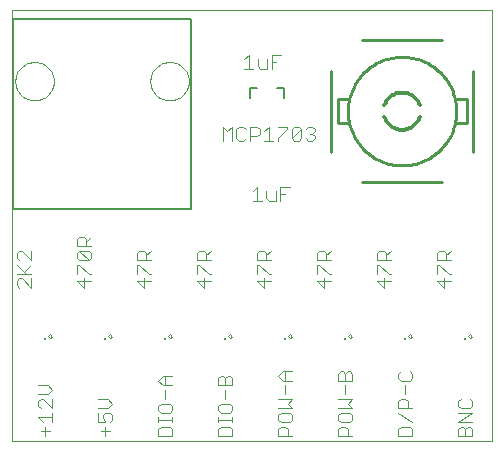
<source format=gto>
G75*
%MOIN*%
%OFA0B0*%
%FSLAX24Y24*%
%IPPOS*%
%LPD*%
%AMOC8*
5,1,8,0,0,1.08239X$1,22.5*
%
%ADD10C,0.0000*%
%ADD11C,0.0080*%
%ADD12C,0.0120*%
%ADD13C,0.0100*%
%ADD14C,0.0040*%
%ADD15C,0.0060*%
%ADD16C,0.0025*%
%ADD17C,0.0098*%
D10*
X000180Y000180D02*
X000180Y014550D01*
X016172Y014550D01*
X016172Y000180D01*
X000180Y000180D01*
X000290Y012180D02*
X000292Y012230D01*
X000298Y012280D01*
X000308Y012329D01*
X000321Y012378D01*
X000339Y012425D01*
X000360Y012471D01*
X000384Y012514D01*
X000412Y012556D01*
X000443Y012596D01*
X000477Y012633D01*
X000514Y012667D01*
X000554Y012698D01*
X000596Y012726D01*
X000639Y012750D01*
X000685Y012771D01*
X000732Y012789D01*
X000781Y012802D01*
X000830Y012812D01*
X000880Y012818D01*
X000930Y012820D01*
X000980Y012818D01*
X001030Y012812D01*
X001079Y012802D01*
X001128Y012789D01*
X001175Y012771D01*
X001221Y012750D01*
X001264Y012726D01*
X001306Y012698D01*
X001346Y012667D01*
X001383Y012633D01*
X001417Y012596D01*
X001448Y012556D01*
X001476Y012514D01*
X001500Y012471D01*
X001521Y012425D01*
X001539Y012378D01*
X001552Y012329D01*
X001562Y012280D01*
X001568Y012230D01*
X001570Y012180D01*
X001568Y012130D01*
X001562Y012080D01*
X001552Y012031D01*
X001539Y011982D01*
X001521Y011935D01*
X001500Y011889D01*
X001476Y011846D01*
X001448Y011804D01*
X001417Y011764D01*
X001383Y011727D01*
X001346Y011693D01*
X001306Y011662D01*
X001264Y011634D01*
X001221Y011610D01*
X001175Y011589D01*
X001128Y011571D01*
X001079Y011558D01*
X001030Y011548D01*
X000980Y011542D01*
X000930Y011540D01*
X000880Y011542D01*
X000830Y011548D01*
X000781Y011558D01*
X000732Y011571D01*
X000685Y011589D01*
X000639Y011610D01*
X000596Y011634D01*
X000554Y011662D01*
X000514Y011693D01*
X000477Y011727D01*
X000443Y011764D01*
X000412Y011804D01*
X000384Y011846D01*
X000360Y011889D01*
X000339Y011935D01*
X000321Y011982D01*
X000308Y012031D01*
X000298Y012080D01*
X000292Y012130D01*
X000290Y012180D01*
X004790Y012180D02*
X004792Y012230D01*
X004798Y012280D01*
X004808Y012329D01*
X004821Y012378D01*
X004839Y012425D01*
X004860Y012471D01*
X004884Y012514D01*
X004912Y012556D01*
X004943Y012596D01*
X004977Y012633D01*
X005014Y012667D01*
X005054Y012698D01*
X005096Y012726D01*
X005139Y012750D01*
X005185Y012771D01*
X005232Y012789D01*
X005281Y012802D01*
X005330Y012812D01*
X005380Y012818D01*
X005430Y012820D01*
X005480Y012818D01*
X005530Y012812D01*
X005579Y012802D01*
X005628Y012789D01*
X005675Y012771D01*
X005721Y012750D01*
X005764Y012726D01*
X005806Y012698D01*
X005846Y012667D01*
X005883Y012633D01*
X005917Y012596D01*
X005948Y012556D01*
X005976Y012514D01*
X006000Y012471D01*
X006021Y012425D01*
X006039Y012378D01*
X006052Y012329D01*
X006062Y012280D01*
X006068Y012230D01*
X006070Y012180D01*
X006068Y012130D01*
X006062Y012080D01*
X006052Y012031D01*
X006039Y011982D01*
X006021Y011935D01*
X006000Y011889D01*
X005976Y011846D01*
X005948Y011804D01*
X005917Y011764D01*
X005883Y011727D01*
X005846Y011693D01*
X005806Y011662D01*
X005764Y011634D01*
X005721Y011610D01*
X005675Y011589D01*
X005628Y011571D01*
X005579Y011558D01*
X005530Y011548D01*
X005480Y011542D01*
X005430Y011540D01*
X005380Y011542D01*
X005330Y011548D01*
X005281Y011558D01*
X005232Y011571D01*
X005185Y011589D01*
X005139Y011610D01*
X005096Y011634D01*
X005054Y011662D01*
X005014Y011693D01*
X004977Y011727D01*
X004943Y011764D01*
X004912Y011804D01*
X004884Y011846D01*
X004860Y011889D01*
X004839Y011935D01*
X004821Y011982D01*
X004808Y012031D01*
X004798Y012080D01*
X004792Y012130D01*
X004790Y012180D01*
D11*
X006143Y014244D02*
X006143Y007921D01*
X000217Y007921D01*
X000217Y014244D01*
X006143Y014244D01*
D12*
X012590Y010983D02*
X012607Y010938D01*
X012628Y010894D01*
X012652Y010852D01*
X012679Y010812D01*
X012709Y010774D01*
X012742Y010738D01*
X012778Y010705D01*
X012816Y010675D01*
X012857Y010649D01*
X012899Y010625D01*
X012943Y010605D01*
X012989Y010588D01*
X013036Y010575D01*
X013083Y010566D01*
X013131Y010560D01*
X013180Y010558D01*
X013229Y010560D01*
X013277Y010566D01*
X013324Y010575D01*
X013371Y010588D01*
X013417Y010605D01*
X013461Y010625D01*
X013503Y010649D01*
X013544Y010675D01*
X013582Y010705D01*
X013618Y010738D01*
X013651Y010774D01*
X013681Y010812D01*
X013708Y010852D01*
X013732Y010894D01*
X013753Y010938D01*
X013770Y010983D01*
X013770Y011377D02*
X013753Y011422D01*
X013732Y011466D01*
X013708Y011508D01*
X013681Y011548D01*
X013651Y011586D01*
X013618Y011622D01*
X013582Y011655D01*
X013544Y011685D01*
X013503Y011711D01*
X013461Y011735D01*
X013417Y011755D01*
X013371Y011772D01*
X013324Y011785D01*
X013277Y011794D01*
X013229Y011800D01*
X013180Y011802D01*
X013131Y011800D01*
X013083Y011794D01*
X013036Y011785D01*
X012989Y011772D01*
X012943Y011755D01*
X012899Y011735D01*
X012857Y011711D01*
X012816Y011685D01*
X012778Y011655D01*
X012742Y011622D01*
X012709Y011586D01*
X012679Y011548D01*
X012652Y011508D01*
X012628Y011466D01*
X012607Y011422D01*
X012590Y011377D01*
D13*
X011371Y011180D02*
X011373Y011265D01*
X011379Y011349D01*
X011389Y011434D01*
X011403Y011517D01*
X011420Y011600D01*
X011442Y011682D01*
X011468Y011763D01*
X011497Y011843D01*
X011530Y011921D01*
X011566Y011997D01*
X011606Y012072D01*
X011650Y012145D01*
X011697Y012216D01*
X011747Y012284D01*
X011800Y012350D01*
X011857Y012413D01*
X011916Y012474D01*
X011978Y012532D01*
X012043Y012587D01*
X012110Y012639D01*
X012179Y012687D01*
X012251Y012732D01*
X012325Y012774D01*
X012401Y012812D01*
X012478Y012847D01*
X012557Y012878D01*
X012637Y012906D01*
X012719Y012929D01*
X012801Y012949D01*
X012884Y012965D01*
X012968Y012977D01*
X013053Y012985D01*
X013138Y012989D01*
X013222Y012989D01*
X013307Y012985D01*
X013392Y012977D01*
X013476Y012965D01*
X013559Y012949D01*
X013641Y012929D01*
X013723Y012906D01*
X013803Y012878D01*
X013882Y012847D01*
X013959Y012812D01*
X014035Y012774D01*
X014109Y012732D01*
X014181Y012687D01*
X014250Y012639D01*
X014317Y012587D01*
X014382Y012532D01*
X014444Y012474D01*
X014503Y012413D01*
X014560Y012350D01*
X014613Y012284D01*
X014663Y012216D01*
X014710Y012145D01*
X014754Y012072D01*
X014794Y011997D01*
X014830Y011921D01*
X014863Y011843D01*
X014892Y011763D01*
X014918Y011682D01*
X014940Y011600D01*
X014957Y011517D01*
X014971Y011434D01*
X014981Y011349D01*
X014987Y011265D01*
X014989Y011180D01*
X014987Y011095D01*
X014981Y011011D01*
X014971Y010926D01*
X014957Y010843D01*
X014940Y010760D01*
X014918Y010678D01*
X014892Y010597D01*
X014863Y010517D01*
X014830Y010439D01*
X014794Y010363D01*
X014754Y010288D01*
X014710Y010215D01*
X014663Y010144D01*
X014613Y010076D01*
X014560Y010010D01*
X014503Y009947D01*
X014444Y009886D01*
X014382Y009828D01*
X014317Y009773D01*
X014250Y009721D01*
X014181Y009673D01*
X014109Y009628D01*
X014035Y009586D01*
X013959Y009548D01*
X013882Y009513D01*
X013803Y009482D01*
X013723Y009454D01*
X013641Y009431D01*
X013559Y009411D01*
X013476Y009395D01*
X013392Y009383D01*
X013307Y009375D01*
X013222Y009371D01*
X013138Y009371D01*
X013053Y009375D01*
X012968Y009383D01*
X012884Y009395D01*
X012801Y009411D01*
X012719Y009431D01*
X012637Y009454D01*
X012557Y009482D01*
X012478Y009513D01*
X012401Y009548D01*
X012325Y009586D01*
X012251Y009628D01*
X012179Y009673D01*
X012110Y009721D01*
X012043Y009773D01*
X011978Y009828D01*
X011916Y009886D01*
X011857Y009947D01*
X011800Y010010D01*
X011747Y010076D01*
X011697Y010144D01*
X011650Y010215D01*
X011606Y010288D01*
X011566Y010363D01*
X011530Y010439D01*
X011497Y010517D01*
X011468Y010597D01*
X011442Y010678D01*
X011420Y010760D01*
X011403Y010843D01*
X011389Y010926D01*
X011379Y011011D01*
X011373Y011095D01*
X011371Y011180D01*
X011380Y011580D02*
X011030Y011580D01*
X011030Y010780D01*
X011380Y010780D01*
X010818Y009837D02*
X010818Y012523D01*
X011837Y013542D02*
X014523Y013542D01*
X015542Y012523D02*
X015542Y009837D01*
X015330Y010780D02*
X014980Y010780D01*
X015330Y010780D02*
X015330Y011580D01*
X014980Y011580D01*
X014523Y008818D02*
X011837Y008818D01*
D14*
X010269Y010277D02*
X010193Y010200D01*
X010039Y010200D01*
X009962Y010277D01*
X009809Y010277D02*
X009732Y010200D01*
X009579Y010200D01*
X009502Y010277D01*
X009809Y010584D01*
X009809Y010277D01*
X009502Y010277D02*
X009502Y010584D01*
X009579Y010660D01*
X009732Y010660D01*
X009809Y010584D01*
X009962Y010584D02*
X010039Y010660D01*
X010193Y010660D01*
X010269Y010584D01*
X010269Y010507D01*
X010193Y010430D01*
X010269Y010353D01*
X010269Y010277D01*
X010193Y010430D02*
X010116Y010430D01*
X009348Y010584D02*
X009042Y010277D01*
X009042Y010200D01*
X008888Y010200D02*
X008581Y010200D01*
X008735Y010200D02*
X008735Y010660D01*
X008581Y010507D01*
X008428Y010584D02*
X008428Y010430D01*
X008351Y010353D01*
X008121Y010353D01*
X008121Y010200D02*
X008121Y010660D01*
X008351Y010660D01*
X008428Y010584D01*
X007967Y010584D02*
X007891Y010660D01*
X007737Y010660D01*
X007660Y010584D01*
X007660Y010277D01*
X007737Y010200D01*
X007891Y010200D01*
X007967Y010277D01*
X007507Y010200D02*
X007507Y010660D01*
X007353Y010507D01*
X007200Y010660D01*
X007200Y010200D01*
X008353Y008660D02*
X008353Y008200D01*
X008200Y008200D02*
X008507Y008200D01*
X008660Y008277D02*
X008737Y008200D01*
X008967Y008200D01*
X008967Y008507D01*
X009121Y008430D02*
X009274Y008430D01*
X009121Y008200D02*
X009121Y008660D01*
X009428Y008660D01*
X008660Y008507D02*
X008660Y008277D01*
X008353Y008660D02*
X008200Y008507D01*
X008426Y006528D02*
X008580Y006528D01*
X008657Y006451D01*
X008657Y006221D01*
X008810Y006221D02*
X008350Y006221D01*
X008350Y006451D01*
X008426Y006528D01*
X008657Y006374D02*
X008810Y006528D01*
X008426Y006067D02*
X008733Y005760D01*
X008810Y005760D01*
X008810Y005530D02*
X008350Y005530D01*
X008580Y005300D01*
X008580Y005607D01*
X008350Y005760D02*
X008350Y006067D01*
X008426Y006067D01*
X006810Y006221D02*
X006350Y006221D01*
X006350Y006451D01*
X006426Y006528D01*
X006580Y006528D01*
X006657Y006451D01*
X006657Y006221D01*
X006657Y006374D02*
X006810Y006528D01*
X006426Y006067D02*
X006350Y006067D01*
X006350Y005760D01*
X006350Y005530D02*
X006580Y005300D01*
X006580Y005607D01*
X006733Y005760D02*
X006810Y005760D01*
X006733Y005760D02*
X006426Y006067D01*
X006350Y005530D02*
X006810Y005530D01*
X004810Y005530D02*
X004350Y005530D01*
X004580Y005300D01*
X004580Y005607D01*
X004733Y005760D02*
X004810Y005760D01*
X004733Y005760D02*
X004426Y006067D01*
X004350Y006067D01*
X004350Y005760D01*
X004350Y006221D02*
X004350Y006451D01*
X004426Y006528D01*
X004580Y006528D01*
X004657Y006451D01*
X004657Y006221D01*
X004810Y006221D02*
X004350Y006221D01*
X004657Y006374D02*
X004810Y006528D01*
X002810Y006451D02*
X002810Y006298D01*
X002733Y006221D01*
X002426Y006528D01*
X002733Y006528D01*
X002810Y006451D01*
X002810Y006681D02*
X002350Y006681D01*
X002350Y006911D01*
X002426Y006988D01*
X002580Y006988D01*
X002657Y006911D01*
X002657Y006681D01*
X002657Y006835D02*
X002810Y006988D01*
X002426Y006528D02*
X002350Y006451D01*
X002350Y006298D01*
X002426Y006221D01*
X002733Y006221D01*
X002426Y006067D02*
X002733Y005760D01*
X002810Y005760D01*
X002810Y005530D02*
X002350Y005530D01*
X002580Y005300D01*
X002580Y005607D01*
X002350Y005760D02*
X002350Y006067D01*
X002426Y006067D01*
X000810Y006067D02*
X000580Y005837D01*
X000657Y005760D02*
X000350Y006067D01*
X000426Y006221D02*
X000350Y006298D01*
X000350Y006451D01*
X000426Y006528D01*
X000503Y006528D01*
X000810Y006221D01*
X000810Y006528D01*
X000810Y005760D02*
X000350Y005760D01*
X000426Y005607D02*
X000350Y005530D01*
X000350Y005377D01*
X000426Y005300D01*
X000426Y005607D02*
X000503Y005607D01*
X000810Y005300D01*
X000810Y005607D01*
X001056Y002048D02*
X001363Y002048D01*
X001516Y001894D01*
X001363Y001741D01*
X001056Y001741D01*
X001133Y001587D02*
X001056Y001510D01*
X001056Y001357D01*
X001133Y001280D01*
X001133Y001587D02*
X001209Y001587D01*
X001516Y001280D01*
X001516Y001587D01*
X001516Y001127D02*
X001516Y000820D01*
X001516Y000973D02*
X001056Y000973D01*
X001209Y000820D01*
X001286Y000666D02*
X001286Y000359D01*
X001133Y000513D02*
X001440Y000513D01*
X003056Y000820D02*
X003286Y000820D01*
X003209Y000973D01*
X003209Y001050D01*
X003286Y001127D01*
X003440Y001127D01*
X003516Y001050D01*
X003516Y000897D01*
X003440Y000820D01*
X003286Y000666D02*
X003286Y000359D01*
X003133Y000513D02*
X003440Y000513D01*
X003056Y000820D02*
X003056Y001127D01*
X003056Y001280D02*
X003363Y001280D01*
X003516Y001434D01*
X003363Y001587D01*
X003056Y001587D01*
X005056Y001357D02*
X005056Y001204D01*
X005133Y001127D01*
X005440Y001127D01*
X005516Y001204D01*
X005516Y001357D01*
X005440Y001434D01*
X005133Y001434D01*
X005056Y001357D01*
X005286Y001587D02*
X005286Y001894D01*
X005286Y002048D02*
X005286Y002354D01*
X005209Y002354D02*
X005516Y002354D01*
X005516Y002048D02*
X005209Y002048D01*
X005056Y002201D01*
X005209Y002354D01*
X005056Y000973D02*
X005056Y000820D01*
X005056Y000897D02*
X005516Y000897D01*
X005516Y000973D02*
X005516Y000820D01*
X005440Y000666D02*
X005133Y000666D01*
X005056Y000590D01*
X005056Y000359D01*
X005516Y000359D01*
X005516Y000590D01*
X005440Y000666D01*
X007056Y000590D02*
X007056Y000359D01*
X007516Y000359D01*
X007516Y000590D01*
X007440Y000666D01*
X007133Y000666D01*
X007056Y000590D01*
X007056Y000820D02*
X007056Y000973D01*
X007056Y000897D02*
X007516Y000897D01*
X007516Y000973D02*
X007516Y000820D01*
X007440Y001127D02*
X007133Y001127D01*
X007056Y001204D01*
X007056Y001357D01*
X007133Y001434D01*
X007440Y001434D01*
X007516Y001357D01*
X007516Y001204D01*
X007440Y001127D01*
X007286Y001587D02*
X007286Y001894D01*
X007286Y002048D02*
X007286Y002278D01*
X007363Y002354D01*
X007440Y002354D01*
X007516Y002278D01*
X007516Y002048D01*
X007056Y002048D01*
X007056Y002278D01*
X007133Y002354D01*
X007209Y002354D01*
X007286Y002278D01*
X009056Y002354D02*
X009209Y002508D01*
X009516Y002508D01*
X009286Y002508D02*
X009286Y002201D01*
X009209Y002201D02*
X009056Y002354D01*
X009209Y002201D02*
X009516Y002201D01*
X009286Y002048D02*
X009286Y001741D01*
X009516Y001587D02*
X009056Y001587D01*
X009056Y001280D02*
X009516Y001280D01*
X009363Y001434D01*
X009516Y001587D01*
X009440Y001127D02*
X009133Y001127D01*
X009056Y001050D01*
X009056Y000897D01*
X009133Y000820D01*
X009440Y000820D01*
X009516Y000897D01*
X009516Y001050D01*
X009440Y001127D01*
X009286Y000666D02*
X009133Y000666D01*
X009056Y000590D01*
X009056Y000359D01*
X009516Y000359D01*
X009363Y000359D02*
X009363Y000590D01*
X009286Y000666D01*
X011056Y000590D02*
X011056Y000359D01*
X011516Y000359D01*
X011363Y000359D02*
X011363Y000590D01*
X011286Y000666D01*
X011133Y000666D01*
X011056Y000590D01*
X011133Y000820D02*
X011440Y000820D01*
X011516Y000897D01*
X011516Y001050D01*
X011440Y001127D01*
X011133Y001127D01*
X011056Y001050D01*
X011056Y000897D01*
X011133Y000820D01*
X011056Y001280D02*
X011516Y001280D01*
X011363Y001434D01*
X011516Y001587D01*
X011056Y001587D01*
X011286Y001741D02*
X011286Y002048D01*
X011286Y002201D02*
X011286Y002431D01*
X011363Y002508D01*
X011440Y002508D01*
X011516Y002431D01*
X011516Y002201D01*
X011056Y002201D01*
X011056Y002431D01*
X011133Y002508D01*
X011209Y002508D01*
X011286Y002431D01*
X013056Y002431D02*
X013056Y002278D01*
X013133Y002201D01*
X013440Y002201D01*
X013516Y002278D01*
X013516Y002431D01*
X013440Y002508D01*
X013133Y002508D02*
X013056Y002431D01*
X013286Y002048D02*
X013286Y001741D01*
X013286Y001587D02*
X013133Y001587D01*
X013056Y001510D01*
X013056Y001280D01*
X013516Y001280D01*
X013363Y001280D02*
X013363Y001510D01*
X013286Y001587D01*
X013056Y001127D02*
X013516Y000820D01*
X013440Y000666D02*
X013133Y000666D01*
X013056Y000590D01*
X013056Y000359D01*
X013516Y000359D01*
X013516Y000590D01*
X013440Y000666D01*
X015056Y000590D02*
X015056Y000359D01*
X015516Y000359D01*
X015516Y000590D01*
X015440Y000666D01*
X015363Y000666D01*
X015286Y000590D01*
X015286Y000359D01*
X015286Y000590D02*
X015209Y000666D01*
X015133Y000666D01*
X015056Y000590D01*
X015056Y000820D02*
X015516Y001127D01*
X015056Y001127D01*
X015133Y001280D02*
X015440Y001280D01*
X015516Y001357D01*
X015516Y001510D01*
X015440Y001587D01*
X015133Y001587D02*
X015056Y001510D01*
X015056Y001357D01*
X015133Y001280D01*
X015056Y000820D02*
X015516Y000820D01*
X014580Y005300D02*
X014580Y005607D01*
X014733Y005760D02*
X014810Y005760D01*
X014733Y005760D02*
X014426Y006067D01*
X014350Y006067D01*
X014350Y005760D01*
X014350Y005530D02*
X014580Y005300D01*
X014810Y005530D02*
X014350Y005530D01*
X014350Y006221D02*
X014350Y006451D01*
X014426Y006528D01*
X014580Y006528D01*
X014657Y006451D01*
X014657Y006221D01*
X014810Y006221D02*
X014350Y006221D01*
X014657Y006374D02*
X014810Y006528D01*
X012810Y006528D02*
X012657Y006374D01*
X012657Y006451D02*
X012580Y006528D01*
X012426Y006528D01*
X012350Y006451D01*
X012350Y006221D01*
X012810Y006221D01*
X012657Y006221D02*
X012657Y006451D01*
X012426Y006067D02*
X012733Y005760D01*
X012810Y005760D01*
X012810Y005530D02*
X012350Y005530D01*
X012580Y005300D01*
X012580Y005607D01*
X012350Y005760D02*
X012350Y006067D01*
X012426Y006067D01*
X010810Y006221D02*
X010350Y006221D01*
X010350Y006451D01*
X010426Y006528D01*
X010580Y006528D01*
X010657Y006451D01*
X010657Y006221D01*
X010657Y006374D02*
X010810Y006528D01*
X010426Y006067D02*
X010733Y005760D01*
X010810Y005760D01*
X010810Y005530D02*
X010350Y005530D01*
X010580Y005300D01*
X010580Y005607D01*
X010350Y005760D02*
X010350Y006067D01*
X010426Y006067D01*
X009348Y010584D02*
X009348Y010660D01*
X009042Y010660D01*
X008840Y012600D02*
X008840Y013060D01*
X009147Y013060D01*
X008993Y012830D02*
X008840Y012830D01*
X008686Y012907D02*
X008686Y012600D01*
X008456Y012600D01*
X008379Y012677D01*
X008379Y012907D01*
X008072Y013060D02*
X008072Y012600D01*
X007919Y012600D02*
X008226Y012600D01*
X007919Y012907D02*
X008072Y013060D01*
D15*
X008120Y011940D02*
X008340Y011940D01*
X008120Y011940D02*
X008120Y011620D01*
X009020Y011940D02*
X009240Y011940D01*
X009240Y011620D01*
D16*
X009430Y003739D02*
X009499Y003670D01*
X009440Y003611D01*
X009371Y003680D01*
X009430Y003739D01*
X007499Y003670D02*
X007440Y003611D01*
X007371Y003680D01*
X007430Y003739D01*
X007499Y003670D01*
X005499Y003670D02*
X005440Y003611D01*
X005371Y003680D01*
X005430Y003739D01*
X005499Y003670D01*
X003499Y003670D02*
X003440Y003611D01*
X003371Y003680D01*
X003430Y003739D01*
X003499Y003670D01*
X001499Y003670D02*
X001440Y003611D01*
X001371Y003680D01*
X001430Y003739D01*
X001499Y003670D01*
X011371Y003680D02*
X011430Y003739D01*
X011499Y003670D01*
X011440Y003611D01*
X011371Y003680D01*
X013371Y003680D02*
X013430Y003739D01*
X013499Y003670D01*
X013440Y003611D01*
X013371Y003680D01*
X015371Y003680D02*
X015430Y003739D01*
X015499Y003670D01*
X015440Y003611D01*
X015371Y003680D01*
D17*
X015273Y003572D03*
X013273Y003572D03*
X011273Y003572D03*
X009273Y003572D03*
X007273Y003572D03*
X005273Y003572D03*
X003273Y003572D03*
X001273Y003572D03*
M02*

</source>
